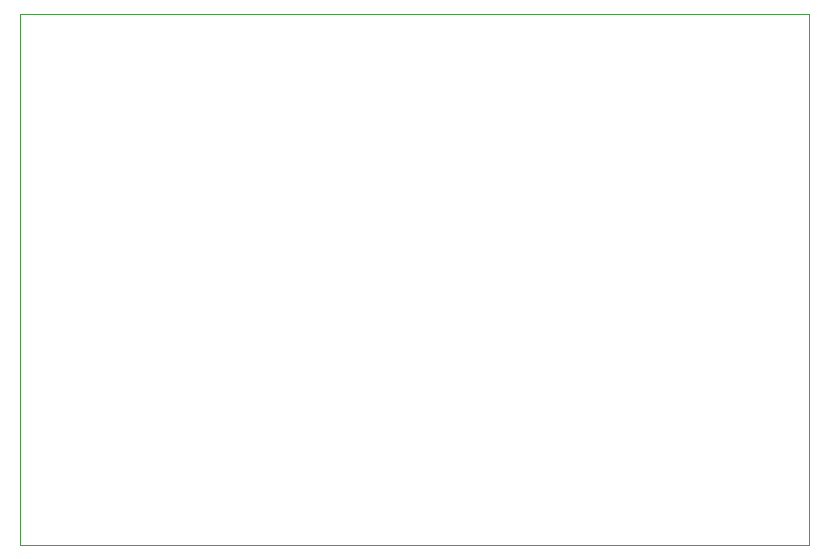
<source format=gbr>
%TF.GenerationSoftware,KiCad,Pcbnew,8.0.1*%
%TF.CreationDate,2024-09-12T19:59:52-03:00*%
%TF.ProjectId,monitor_solar_v2,6d6f6e69-746f-4725-9f73-6f6c61725f76,rev?*%
%TF.SameCoordinates,PX602d950PY4d2bdc0*%
%TF.FileFunction,Profile,NP*%
%FSLAX46Y46*%
G04 Gerber Fmt 4.6, Leading zero omitted, Abs format (unit mm)*
G04 Created by KiCad (PCBNEW 8.0.1) date 2024-09-12 19:59:52*
%MOMM*%
%LPD*%
G01*
G04 APERTURE LIST*
%TA.AperFunction,Profile*%
%ADD10C,0.050000*%
%TD*%
G04 APERTURE END LIST*
D10*
X-2000Y45000000D02*
X66790000Y45000000D01*
X66790000Y0D01*
X-2000Y0D01*
X-2000Y45000000D01*
M02*

</source>
